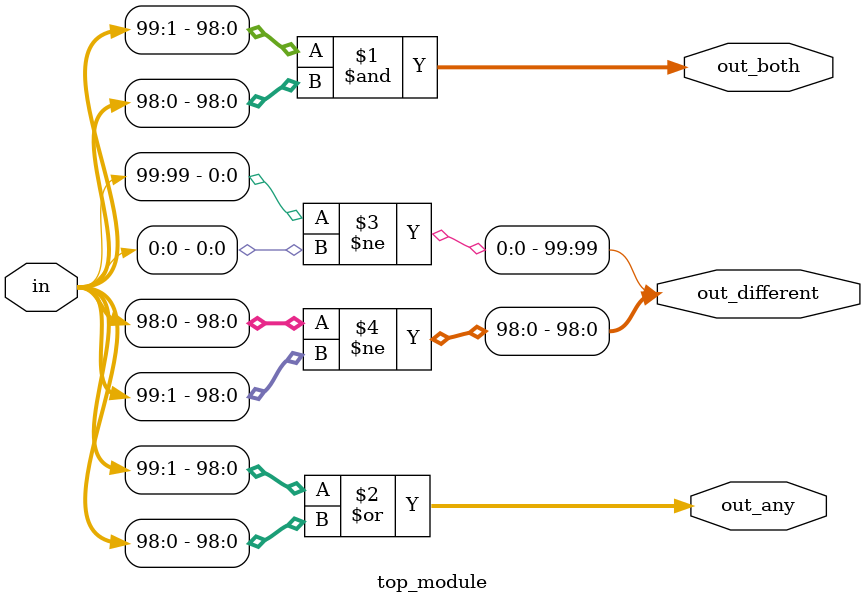
<source format=sv>
module top_module (
	input [99:0] in,
	output [98:0] out_both,
	output [99:1] out_any,
	output [99:0] out_different
);

    // (1) Compute out_both: in[99:1] & in[98:0]
    assign out_both = in[99:1] & in[98:0];

    // (2) Compute out_any: in[99:1] | in[98:0]
    assign out_any = in[99:1] | in[98:0];

    // (3) Compute out_different: (in[99:1] != in[0:98]), considering wrap-around
    assign out_different[99] = in[99] != in[0];
    assign out_different[98:0] = in[98:0] != in[99:1];

endmodule

</source>
